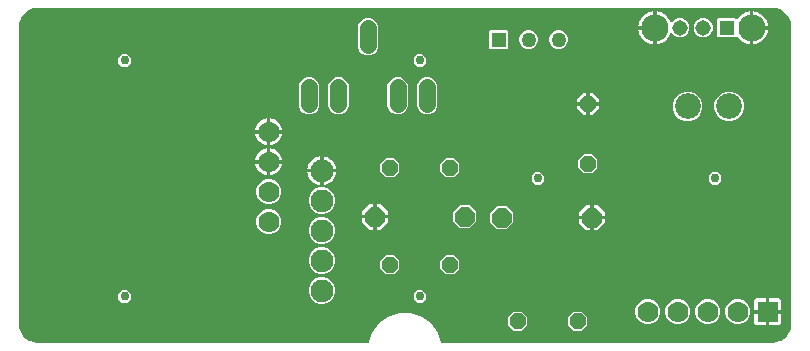
<source format=gbr>
G04 EAGLE Gerber RS-274X export*
G75*
%MOMM*%
%FSLAX34Y34*%
%LPD*%
%INBottom Copper*%
%IPPOS*%
%AMOC8*
5,1,8,0,0,1.08239X$1,22.5*%
G01*
%ADD10P,1.429621X8X112.500000*%
%ADD11P,1.429621X8X22.500000*%
%ADD12P,1.429621X8X382.400000*%
%ADD13C,1.778000*%
%ADD14C,1.408000*%
%ADD15C,1.930400*%
%ADD16P,1.814519X8X22.500000*%
%ADD17P,1.814519X8X202.500000*%
%ADD18R,1.778000X1.778000*%
%ADD19C,2.184400*%
%ADD20R,1.268000X1.268000*%
%ADD21C,1.268000*%
%ADD22C,2.300000*%
%ADD23R,1.308000X1.308000*%
%ADD24C,1.308000*%
%ADD25C,0.756400*%

G36*
X306381Y10927D02*
X306381Y10927D01*
X306405Y10924D01*
X306502Y10946D01*
X306600Y10962D01*
X306621Y10974D01*
X306644Y10979D01*
X306730Y11031D01*
X306817Y11078D01*
X306834Y11095D01*
X306854Y11107D01*
X306918Y11184D01*
X306987Y11256D01*
X306997Y11278D01*
X307012Y11296D01*
X307081Y11449D01*
X309604Y19214D01*
X315362Y27138D01*
X323286Y32896D01*
X332602Y35923D01*
X342398Y35923D01*
X351714Y32896D01*
X359638Y27138D01*
X365396Y19214D01*
X367919Y11449D01*
X367930Y11428D01*
X367935Y11404D01*
X367986Y11319D01*
X368032Y11230D01*
X368049Y11214D01*
X368061Y11193D01*
X368137Y11128D01*
X368208Y11059D01*
X368230Y11049D01*
X368248Y11033D01*
X368340Y10996D01*
X368430Y10953D01*
X368454Y10950D01*
X368476Y10941D01*
X368643Y10923D01*
X650000Y10923D01*
X650018Y10926D01*
X650050Y10924D01*
X651788Y11038D01*
X651811Y11044D01*
X651935Y11063D01*
X655293Y11962D01*
X655307Y11969D01*
X655323Y11971D01*
X655476Y12038D01*
X658487Y13776D01*
X658499Y13786D01*
X658514Y13793D01*
X658645Y13897D01*
X661103Y16355D01*
X661112Y16368D01*
X661124Y16378D01*
X661224Y16513D01*
X662962Y19524D01*
X662967Y19538D01*
X662977Y19551D01*
X663038Y19707D01*
X663937Y23065D01*
X663940Y23089D01*
X663962Y23212D01*
X664076Y24950D01*
X664074Y24969D01*
X664077Y25000D01*
X664077Y280000D01*
X664074Y280019D01*
X664076Y280050D01*
X663962Y281788D01*
X663956Y281811D01*
X663937Y281935D01*
X663038Y285293D01*
X663031Y285307D01*
X663029Y285323D01*
X662962Y285476D01*
X661224Y288487D01*
X661214Y288499D01*
X661207Y288514D01*
X661103Y288645D01*
X658645Y291103D01*
X658632Y291112D01*
X658622Y291124D01*
X658487Y291224D01*
X655476Y292962D01*
X655462Y292967D01*
X655449Y292977D01*
X655293Y293038D01*
X651935Y293937D01*
X651911Y293940D01*
X651788Y293962D01*
X650050Y294076D01*
X650031Y294074D01*
X650000Y294077D01*
X25000Y294077D01*
X24981Y294074D01*
X24950Y294076D01*
X23212Y293962D01*
X23189Y293956D01*
X23065Y293937D01*
X19707Y293038D01*
X19693Y293031D01*
X19677Y293029D01*
X19524Y292962D01*
X16513Y291224D01*
X16501Y291214D01*
X16486Y291207D01*
X16355Y291103D01*
X13897Y288645D01*
X13888Y288632D01*
X13876Y288622D01*
X13776Y288487D01*
X12038Y285476D01*
X12033Y285462D01*
X12023Y285449D01*
X11962Y285293D01*
X11063Y281935D01*
X11060Y281911D01*
X11038Y281788D01*
X10924Y280050D01*
X10926Y280031D01*
X10923Y280000D01*
X10923Y25000D01*
X10926Y24982D01*
X10924Y24950D01*
X11038Y23212D01*
X11044Y23189D01*
X11063Y23065D01*
X11962Y19707D01*
X11969Y19693D01*
X11971Y19677D01*
X12038Y19524D01*
X13776Y16513D01*
X13786Y16501D01*
X13793Y16486D01*
X13897Y16355D01*
X16355Y13897D01*
X16368Y13888D01*
X16378Y13876D01*
X16513Y13776D01*
X19524Y12038D01*
X19538Y12033D01*
X19551Y12023D01*
X19707Y11962D01*
X23065Y11063D01*
X23089Y11060D01*
X23212Y11038D01*
X24950Y10924D01*
X24969Y10926D01*
X25000Y10923D01*
X306357Y10923D01*
X306381Y10927D01*
G37*
%LPC*%
G36*
X627712Y263805D02*
X627712Y263805D01*
X625610Y264488D01*
X623641Y265491D01*
X621853Y266790D01*
X620290Y268353D01*
X619046Y270065D01*
X618990Y270121D01*
X618940Y270183D01*
X618903Y270207D01*
X618872Y270238D01*
X618800Y270273D01*
X618733Y270316D01*
X618690Y270327D01*
X618651Y270346D01*
X618572Y270357D01*
X618495Y270376D01*
X618451Y270373D01*
X618407Y270379D01*
X618329Y270363D01*
X618250Y270357D01*
X618209Y270340D01*
X618165Y270331D01*
X618096Y270292D01*
X618023Y270261D01*
X617977Y270224D01*
X617952Y270210D01*
X617933Y270189D01*
X617892Y270156D01*
X617172Y269435D01*
X602828Y269435D01*
X601935Y270328D01*
X601935Y284672D01*
X602828Y285565D01*
X617172Y285565D01*
X617892Y284844D01*
X617957Y284798D01*
X618016Y284744D01*
X618056Y284726D01*
X618092Y284700D01*
X618168Y284677D01*
X618241Y284645D01*
X618285Y284641D01*
X618327Y284628D01*
X618407Y284630D01*
X618486Y284623D01*
X618529Y284633D01*
X618573Y284634D01*
X618648Y284662D01*
X618725Y284680D01*
X618762Y284704D01*
X618804Y284719D01*
X618866Y284769D01*
X618933Y284811D01*
X618973Y284854D01*
X618996Y284873D01*
X619011Y284896D01*
X619046Y284935D01*
X620290Y286647D01*
X621853Y288210D01*
X623641Y289509D01*
X625610Y290512D01*
X627712Y291195D01*
X629477Y291475D01*
X629477Y278262D01*
X629480Y278242D01*
X629478Y278223D01*
X629500Y278121D01*
X629517Y278019D01*
X629526Y278002D01*
X629530Y277982D01*
X629583Y277893D01*
X629632Y277802D01*
X629646Y277788D01*
X629656Y277771D01*
X629735Y277704D01*
X629810Y277633D01*
X629828Y277624D01*
X629843Y277611D01*
X629939Y277573D01*
X630033Y277529D01*
X630053Y277527D01*
X630071Y277519D01*
X630238Y277501D01*
X631001Y277501D01*
X631001Y277499D01*
X630238Y277499D01*
X630218Y277496D01*
X630199Y277498D01*
X630097Y277476D01*
X629995Y277459D01*
X629978Y277450D01*
X629958Y277446D01*
X629869Y277393D01*
X629778Y277344D01*
X629764Y277330D01*
X629747Y277320D01*
X629680Y277241D01*
X629609Y277166D01*
X629600Y277148D01*
X629587Y277133D01*
X629548Y277037D01*
X629505Y276943D01*
X629503Y276923D01*
X629495Y276905D01*
X629477Y276738D01*
X629477Y263525D01*
X627712Y263805D01*
G37*
%LPD*%
%LPC*%
G36*
X609440Y198643D02*
X609440Y198643D01*
X604865Y200538D01*
X601364Y204039D01*
X599469Y208614D01*
X599469Y213566D01*
X601364Y218141D01*
X604865Y221642D01*
X609440Y223537D01*
X614392Y223537D01*
X618967Y221642D01*
X622468Y218141D01*
X624363Y213566D01*
X624363Y208614D01*
X622468Y204039D01*
X618967Y200538D01*
X614392Y198643D01*
X609440Y198643D01*
G37*
%LPD*%
%LPC*%
G36*
X574440Y198643D02*
X574440Y198643D01*
X569865Y200538D01*
X566364Y204039D01*
X564469Y208614D01*
X564469Y213566D01*
X566364Y218141D01*
X569865Y221642D01*
X574440Y223537D01*
X579392Y223537D01*
X583967Y221642D01*
X587468Y218141D01*
X589363Y213566D01*
X589363Y208614D01*
X587468Y204039D01*
X583967Y200538D01*
X579392Y198643D01*
X574440Y198643D01*
G37*
%LPD*%
%LPC*%
G36*
X354478Y204350D02*
X354478Y204350D01*
X351330Y205654D01*
X348921Y208063D01*
X347617Y211211D01*
X347617Y228699D01*
X348921Y231847D01*
X351330Y234256D01*
X354478Y235560D01*
X357886Y235560D01*
X361034Y234256D01*
X363443Y231847D01*
X364747Y228699D01*
X364747Y211211D01*
X363443Y208063D01*
X361034Y205654D01*
X357886Y204350D01*
X354478Y204350D01*
G37*
%LPD*%
%LPC*%
G36*
X329478Y204350D02*
X329478Y204350D01*
X326330Y205654D01*
X323921Y208063D01*
X322617Y211211D01*
X322617Y228699D01*
X323921Y231847D01*
X326330Y234256D01*
X329478Y235560D01*
X332886Y235560D01*
X336034Y234256D01*
X338443Y231847D01*
X339747Y228699D01*
X339747Y211211D01*
X338443Y208063D01*
X336034Y205654D01*
X332886Y204350D01*
X329478Y204350D01*
G37*
%LPD*%
%LPC*%
G36*
X279478Y204350D02*
X279478Y204350D01*
X276330Y205654D01*
X273921Y208063D01*
X272617Y211211D01*
X272617Y228699D01*
X273921Y231847D01*
X276330Y234256D01*
X279478Y235560D01*
X282886Y235560D01*
X286034Y234256D01*
X288443Y231847D01*
X289747Y228699D01*
X289747Y211211D01*
X288443Y208063D01*
X286034Y205654D01*
X282886Y204350D01*
X279478Y204350D01*
G37*
%LPD*%
%LPC*%
G36*
X304478Y254350D02*
X304478Y254350D01*
X301330Y255654D01*
X298921Y258063D01*
X297617Y261211D01*
X297617Y278699D01*
X298921Y281847D01*
X301330Y284256D01*
X304478Y285560D01*
X307886Y285560D01*
X311034Y284256D01*
X313443Y281847D01*
X314747Y278699D01*
X314747Y261211D01*
X313443Y258063D01*
X311034Y255654D01*
X307886Y254350D01*
X304478Y254350D01*
G37*
%LPD*%
%LPC*%
G36*
X254478Y204350D02*
X254478Y204350D01*
X251330Y205654D01*
X248921Y208063D01*
X247617Y211211D01*
X247617Y228699D01*
X248921Y231847D01*
X251330Y234256D01*
X254478Y235560D01*
X257886Y235560D01*
X261034Y234256D01*
X263443Y231847D01*
X264747Y228699D01*
X264747Y211211D01*
X263443Y208063D01*
X261034Y205654D01*
X257886Y204350D01*
X254478Y204350D01*
G37*
%LPD*%
%LPC*%
G36*
X550523Y276738D02*
X550523Y276738D01*
X550520Y276758D01*
X550522Y276777D01*
X550500Y276879D01*
X550483Y276981D01*
X550474Y276998D01*
X550470Y277018D01*
X550417Y277107D01*
X550368Y277198D01*
X550354Y277212D01*
X550344Y277229D01*
X550265Y277296D01*
X550190Y277367D01*
X550172Y277376D01*
X550157Y277389D01*
X550061Y277427D01*
X549967Y277471D01*
X549947Y277473D01*
X549929Y277481D01*
X549762Y277499D01*
X548999Y277499D01*
X548999Y277501D01*
X549762Y277501D01*
X549782Y277504D01*
X549801Y277502D01*
X549903Y277524D01*
X550005Y277541D01*
X550022Y277550D01*
X550042Y277554D01*
X550131Y277607D01*
X550222Y277656D01*
X550236Y277670D01*
X550253Y277680D01*
X550320Y277759D01*
X550391Y277834D01*
X550400Y277852D01*
X550413Y277867D01*
X550452Y277963D01*
X550495Y278057D01*
X550497Y278077D01*
X550505Y278095D01*
X550523Y278262D01*
X550523Y291475D01*
X552288Y291195D01*
X554390Y290512D01*
X556359Y289509D01*
X558147Y288210D01*
X559710Y286647D01*
X561009Y284859D01*
X562012Y282890D01*
X562112Y282582D01*
X562147Y282515D01*
X562173Y282444D01*
X562203Y282407D01*
X562225Y282364D01*
X562279Y282311D01*
X562326Y282252D01*
X562367Y282226D01*
X562401Y282193D01*
X562469Y282160D01*
X562533Y282119D01*
X562580Y282107D01*
X562623Y282087D01*
X562698Y282078D01*
X562772Y282059D01*
X562820Y282063D01*
X562867Y282057D01*
X562942Y282072D01*
X563017Y282078D01*
X563061Y282097D01*
X563108Y282107D01*
X563174Y282145D01*
X563243Y282175D01*
X563294Y282215D01*
X563321Y282231D01*
X563338Y282250D01*
X563374Y282279D01*
X565432Y284337D01*
X568396Y285565D01*
X571604Y285565D01*
X574568Y284337D01*
X576837Y282068D01*
X578065Y279104D01*
X578065Y275896D01*
X576837Y272932D01*
X574568Y270663D01*
X571604Y269435D01*
X568396Y269435D01*
X565432Y270663D01*
X563374Y272721D01*
X563313Y272765D01*
X563257Y272816D01*
X563213Y272836D01*
X563174Y272864D01*
X563102Y272886D01*
X563033Y272918D01*
X562985Y272922D01*
X562939Y272936D01*
X562864Y272935D01*
X562789Y272942D01*
X562742Y272931D01*
X562693Y272930D01*
X562622Y272904D01*
X562549Y272887D01*
X562508Y272862D01*
X562462Y272846D01*
X562403Y272798D01*
X562339Y272759D01*
X562308Y272722D01*
X562270Y272692D01*
X562230Y272628D01*
X562181Y272570D01*
X562154Y272511D01*
X562137Y272485D01*
X562131Y272460D01*
X562112Y272418D01*
X562012Y272110D01*
X561009Y270141D01*
X559710Y268353D01*
X558147Y266790D01*
X556359Y265491D01*
X554390Y264488D01*
X552288Y263805D01*
X550523Y263525D01*
X550523Y276738D01*
G37*
%LPD*%
%LPC*%
G36*
X264769Y43758D02*
X264769Y43758D01*
X260661Y45460D01*
X257517Y48604D01*
X255816Y52712D01*
X255816Y57158D01*
X257517Y61266D01*
X260661Y64410D01*
X264769Y66112D01*
X269216Y66112D01*
X273324Y64410D01*
X276468Y61266D01*
X278169Y57158D01*
X278169Y52712D01*
X276468Y48604D01*
X273324Y45460D01*
X269216Y43758D01*
X264769Y43758D01*
G37*
%LPD*%
%LPC*%
G36*
X264769Y119958D02*
X264769Y119958D01*
X260661Y121660D01*
X257517Y124804D01*
X255816Y128912D01*
X255816Y133358D01*
X257517Y137466D01*
X260661Y140610D01*
X264769Y142312D01*
X269216Y142312D01*
X273324Y140610D01*
X276468Y137466D01*
X278169Y133358D01*
X278169Y128912D01*
X276468Y124804D01*
X273324Y121660D01*
X269216Y119958D01*
X264769Y119958D01*
G37*
%LPD*%
%LPC*%
G36*
X264769Y94558D02*
X264769Y94558D01*
X260661Y96260D01*
X257517Y99404D01*
X255816Y103512D01*
X255816Y107958D01*
X257517Y112066D01*
X260661Y115210D01*
X264769Y116912D01*
X269216Y116912D01*
X273324Y115210D01*
X276468Y112066D01*
X278169Y107958D01*
X278169Y103512D01*
X276468Y99404D01*
X273324Y96260D01*
X269216Y94558D01*
X264769Y94558D01*
G37*
%LPD*%
%LPC*%
G36*
X264769Y69158D02*
X264769Y69158D01*
X260661Y70860D01*
X257517Y74004D01*
X255816Y78112D01*
X255816Y82558D01*
X257517Y86666D01*
X260661Y89810D01*
X264769Y91512D01*
X269216Y91512D01*
X273324Y89810D01*
X276468Y86666D01*
X278169Y82558D01*
X278169Y78112D01*
X276468Y74004D01*
X273324Y70860D01*
X269216Y69158D01*
X264769Y69158D01*
G37*
%LPD*%
%LPC*%
G36*
X540774Y26685D02*
X540774Y26685D01*
X536946Y28271D01*
X534017Y31200D01*
X532431Y35028D01*
X532431Y39172D01*
X534017Y43000D01*
X536946Y45929D01*
X540774Y47515D01*
X544918Y47515D01*
X548746Y45929D01*
X551675Y43000D01*
X553261Y39172D01*
X553261Y35028D01*
X551675Y31200D01*
X548746Y28271D01*
X544918Y26685D01*
X540774Y26685D01*
G37*
%LPD*%
%LPC*%
G36*
X566174Y26685D02*
X566174Y26685D01*
X562346Y28271D01*
X559417Y31200D01*
X557831Y35028D01*
X557831Y39172D01*
X559417Y43000D01*
X562346Y45929D01*
X566174Y47515D01*
X570318Y47515D01*
X574146Y45929D01*
X577075Y43000D01*
X578661Y39172D01*
X578661Y35028D01*
X577075Y31200D01*
X574146Y28271D01*
X570318Y26685D01*
X566174Y26685D01*
G37*
%LPD*%
%LPC*%
G36*
X591574Y26685D02*
X591574Y26685D01*
X587746Y28271D01*
X584817Y31200D01*
X583231Y35028D01*
X583231Y39172D01*
X584817Y43000D01*
X587746Y45929D01*
X591574Y47515D01*
X595718Y47515D01*
X599546Y45929D01*
X602475Y43000D01*
X604061Y39172D01*
X604061Y35028D01*
X602475Y31200D01*
X599546Y28271D01*
X595718Y26685D01*
X591574Y26685D01*
G37*
%LPD*%
%LPC*%
G36*
X616974Y26685D02*
X616974Y26685D01*
X613146Y28271D01*
X610217Y31200D01*
X608631Y35028D01*
X608631Y39172D01*
X610217Y43000D01*
X613146Y45929D01*
X616974Y47515D01*
X621118Y47515D01*
X624946Y45929D01*
X627875Y43000D01*
X629461Y39172D01*
X629461Y35028D01*
X627875Y31200D01*
X624946Y28271D01*
X621118Y26685D01*
X616974Y26685D01*
G37*
%LPD*%
%LPC*%
G36*
X219940Y102886D02*
X219940Y102886D01*
X216112Y104471D01*
X213182Y107401D01*
X211597Y111229D01*
X211597Y115372D01*
X213182Y119200D01*
X216112Y122130D01*
X219940Y123715D01*
X224083Y123715D01*
X227911Y122130D01*
X230841Y119200D01*
X232426Y115372D01*
X232426Y111229D01*
X230841Y107401D01*
X227911Y104471D01*
X224083Y102886D01*
X219940Y102886D01*
G37*
%LPD*%
%LPC*%
G36*
X219940Y128286D02*
X219940Y128286D01*
X216112Y129871D01*
X213182Y132801D01*
X211597Y136629D01*
X211597Y140772D01*
X213182Y144600D01*
X216112Y147530D01*
X219940Y149115D01*
X224083Y149115D01*
X227911Y147530D01*
X230841Y144600D01*
X232426Y140772D01*
X232426Y136629D01*
X230841Y132801D01*
X227911Y129871D01*
X224083Y128286D01*
X219940Y128286D01*
G37*
%LPD*%
%LPC*%
G36*
X415296Y106906D02*
X415296Y106906D01*
X409493Y112709D01*
X409493Y120916D01*
X415296Y126719D01*
X423504Y126719D01*
X429307Y120916D01*
X429307Y112709D01*
X423504Y106906D01*
X415296Y106906D01*
G37*
%LPD*%
%LPC*%
G36*
X383996Y107691D02*
X383996Y107691D01*
X378193Y113494D01*
X378193Y121701D01*
X383996Y127504D01*
X392204Y127504D01*
X398007Y121701D01*
X398007Y113494D01*
X392204Y107691D01*
X383996Y107691D01*
G37*
%LPD*%
%LPC*%
G36*
X409780Y259585D02*
X409780Y259585D01*
X408887Y260478D01*
X408887Y274422D01*
X409780Y275315D01*
X423724Y275315D01*
X424617Y274422D01*
X424617Y260478D01*
X423724Y259585D01*
X409780Y259585D01*
G37*
%LPD*%
%LPC*%
G36*
X480501Y20843D02*
X480501Y20843D01*
X475739Y25605D01*
X475739Y32339D01*
X480501Y37101D01*
X487235Y37101D01*
X491997Y32339D01*
X491997Y25605D01*
X487235Y20843D01*
X480501Y20843D01*
G37*
%LPD*%
%LPC*%
G36*
X429701Y20843D02*
X429701Y20843D01*
X424939Y25605D01*
X424939Y32339D01*
X429701Y37101D01*
X436435Y37101D01*
X441197Y32339D01*
X441197Y25605D01*
X436435Y20843D01*
X429701Y20843D01*
G37*
%LPD*%
%LPC*%
G36*
X488910Y154220D02*
X488910Y154220D01*
X484148Y158981D01*
X484148Y165716D01*
X488910Y170477D01*
X495644Y170477D01*
X500406Y165716D01*
X500406Y158981D01*
X495644Y154220D01*
X488910Y154220D01*
G37*
%LPD*%
%LPC*%
G36*
X372033Y151007D02*
X372033Y151007D01*
X367271Y155769D01*
X367271Y162503D01*
X372033Y167265D01*
X378767Y167265D01*
X383529Y162503D01*
X383529Y155769D01*
X378767Y151007D01*
X372033Y151007D01*
G37*
%LPD*%
%LPC*%
G36*
X321233Y151007D02*
X321233Y151007D01*
X316471Y155769D01*
X316471Y162503D01*
X321233Y167265D01*
X327967Y167265D01*
X332729Y162503D01*
X332729Y155769D01*
X327967Y151007D01*
X321233Y151007D01*
G37*
%LPD*%
%LPC*%
G36*
X372019Y68723D02*
X372019Y68723D01*
X367265Y73493D01*
X367277Y80227D01*
X372047Y84980D01*
X378781Y84968D01*
X383535Y80199D01*
X383523Y73464D01*
X378753Y68711D01*
X372019Y68723D01*
G37*
%LPD*%
%LPC*%
G36*
X321219Y68811D02*
X321219Y68811D01*
X316465Y73581D01*
X316477Y80316D01*
X321247Y85069D01*
X327981Y85057D01*
X332735Y80287D01*
X332723Y73553D01*
X327953Y68800D01*
X321219Y68811D01*
G37*
%LPD*%
%LPC*%
G36*
X588396Y269435D02*
X588396Y269435D01*
X585432Y270663D01*
X583163Y272932D01*
X581935Y275896D01*
X581935Y279104D01*
X583163Y282068D01*
X585432Y284337D01*
X588396Y285565D01*
X591604Y285565D01*
X594568Y284337D01*
X596837Y282068D01*
X598065Y279104D01*
X598065Y275896D01*
X596837Y272932D01*
X594568Y270663D01*
X591604Y269435D01*
X588396Y269435D01*
G37*
%LPD*%
%LPC*%
G36*
X440588Y259585D02*
X440588Y259585D01*
X437697Y260783D01*
X435485Y262995D01*
X434287Y265886D01*
X434287Y269014D01*
X435485Y271905D01*
X437697Y274117D01*
X440588Y275315D01*
X443716Y275315D01*
X446607Y274117D01*
X448819Y271905D01*
X450017Y269014D01*
X450017Y265886D01*
X448819Y262995D01*
X446607Y260783D01*
X443716Y259585D01*
X440588Y259585D01*
G37*
%LPD*%
%LPC*%
G36*
X465988Y259585D02*
X465988Y259585D01*
X463097Y260783D01*
X460885Y262995D01*
X459687Y265886D01*
X459687Y269014D01*
X460885Y271905D01*
X463097Y274117D01*
X465988Y275315D01*
X469116Y275315D01*
X472007Y274117D01*
X474219Y271905D01*
X475417Y269014D01*
X475417Y265886D01*
X474219Y262995D01*
X472007Y260783D01*
X469116Y259585D01*
X465988Y259585D01*
G37*
%LPD*%
%LPC*%
G36*
X632523Y279023D02*
X632523Y279023D01*
X632523Y291475D01*
X634288Y291195D01*
X636390Y290512D01*
X638359Y289509D01*
X640147Y288210D01*
X641710Y286647D01*
X643009Y284859D01*
X644012Y282890D01*
X644695Y280788D01*
X644975Y279023D01*
X632523Y279023D01*
G37*
%LPD*%
%LPC*%
G36*
X535025Y279023D02*
X535025Y279023D01*
X535305Y280788D01*
X535988Y282890D01*
X536991Y284859D01*
X538290Y286647D01*
X539853Y288210D01*
X541641Y289509D01*
X543610Y290512D01*
X545712Y291195D01*
X547477Y291475D01*
X547477Y279023D01*
X535025Y279023D01*
G37*
%LPD*%
%LPC*%
G36*
X632523Y275977D02*
X632523Y275977D01*
X644975Y275977D01*
X644695Y274212D01*
X644012Y272110D01*
X643009Y270141D01*
X641710Y268353D01*
X640147Y266790D01*
X638359Y265491D01*
X636390Y264488D01*
X634288Y263805D01*
X632523Y263525D01*
X632523Y275977D01*
G37*
%LPD*%
%LPC*%
G36*
X545712Y263805D02*
X545712Y263805D01*
X543610Y264488D01*
X541641Y265491D01*
X539853Y266790D01*
X538290Y268353D01*
X536991Y270141D01*
X535988Y272110D01*
X535305Y274212D01*
X535025Y275977D01*
X547477Y275977D01*
X547477Y263525D01*
X545712Y263805D01*
G37*
%LPD*%
%LPC*%
G36*
X645969Y38623D02*
X645969Y38623D01*
X645969Y48531D01*
X653670Y48531D01*
X654317Y48358D01*
X654896Y48023D01*
X655369Y47550D01*
X655704Y46971D01*
X655877Y46324D01*
X655877Y38623D01*
X645969Y38623D01*
G37*
%LPD*%
%LPC*%
G36*
X633015Y38623D02*
X633015Y38623D01*
X633015Y46324D01*
X633188Y46971D01*
X633523Y47550D01*
X633996Y48023D01*
X634575Y48358D01*
X635222Y48531D01*
X642923Y48531D01*
X642923Y38623D01*
X633015Y38623D01*
G37*
%LPD*%
%LPC*%
G36*
X645969Y25669D02*
X645969Y25669D01*
X645969Y35577D01*
X655877Y35577D01*
X655877Y27876D01*
X655704Y27229D01*
X655369Y26650D01*
X654896Y26177D01*
X654317Y25842D01*
X653670Y25669D01*
X645969Y25669D01*
G37*
%LPD*%
%LPC*%
G36*
X635222Y25669D02*
X635222Y25669D01*
X634575Y25842D01*
X633996Y26177D01*
X633523Y26650D01*
X633188Y27229D01*
X633015Y27876D01*
X633015Y35577D01*
X642923Y35577D01*
X642923Y25669D01*
X635222Y25669D01*
G37*
%LPD*%
%LPC*%
G36*
X597802Y144693D02*
X597802Y144693D01*
X594693Y147802D01*
X594693Y152198D01*
X597802Y155307D01*
X602198Y155307D01*
X605307Y152198D01*
X605307Y147802D01*
X602198Y144693D01*
X597802Y144693D01*
G37*
%LPD*%
%LPC*%
G36*
X447802Y144693D02*
X447802Y144693D01*
X444693Y147802D01*
X444693Y152198D01*
X447802Y155307D01*
X452198Y155307D01*
X455307Y152198D01*
X455307Y147802D01*
X452198Y144693D01*
X447802Y144693D01*
G37*
%LPD*%
%LPC*%
G36*
X347802Y244693D02*
X347802Y244693D01*
X344693Y247802D01*
X344693Y252198D01*
X347802Y255307D01*
X352198Y255307D01*
X355307Y252198D01*
X355307Y247802D01*
X352198Y244693D01*
X347802Y244693D01*
G37*
%LPD*%
%LPC*%
G36*
X97802Y244693D02*
X97802Y244693D01*
X94693Y247802D01*
X94693Y252198D01*
X97802Y255307D01*
X102198Y255307D01*
X105307Y252198D01*
X105307Y247802D01*
X102198Y244693D01*
X97802Y244693D01*
G37*
%LPD*%
%LPC*%
G36*
X97802Y44693D02*
X97802Y44693D01*
X94693Y47802D01*
X94693Y52198D01*
X97802Y55307D01*
X102198Y55307D01*
X105307Y52198D01*
X105307Y47802D01*
X102198Y44693D01*
X97802Y44693D01*
G37*
%LPD*%
%LPC*%
G36*
X347802Y44693D02*
X347802Y44693D01*
X344693Y47802D01*
X344693Y52198D01*
X347802Y55307D01*
X352198Y55307D01*
X355307Y52198D01*
X355307Y47802D01*
X352198Y44693D01*
X347802Y44693D01*
G37*
%LPD*%
%LPC*%
G36*
X268516Y158058D02*
X268516Y158058D01*
X268516Y168638D01*
X269848Y168428D01*
X271673Y167834D01*
X273383Y166963D01*
X274936Y165835D01*
X276292Y164478D01*
X277421Y162925D01*
X278292Y161215D01*
X278885Y159390D01*
X279096Y158058D01*
X268516Y158058D01*
G37*
%LPD*%
%LPC*%
G36*
X268516Y155012D02*
X268516Y155012D01*
X279096Y155012D01*
X278885Y153680D01*
X278292Y151855D01*
X277421Y150145D01*
X276292Y148592D01*
X274936Y147235D01*
X273383Y146107D01*
X271673Y145236D01*
X269848Y144642D01*
X268516Y144432D01*
X268516Y155012D01*
G37*
%LPD*%
%LPC*%
G36*
X254889Y158058D02*
X254889Y158058D01*
X255100Y159390D01*
X255693Y161215D01*
X256564Y162925D01*
X257693Y164478D01*
X259049Y165835D01*
X260602Y166963D01*
X262312Y167834D01*
X264137Y168428D01*
X265469Y168638D01*
X265469Y158058D01*
X254889Y158058D01*
G37*
%LPD*%
%LPC*%
G36*
X264137Y144642D02*
X264137Y144642D01*
X262312Y145236D01*
X260602Y146107D01*
X259049Y147235D01*
X257693Y148592D01*
X256564Y150145D01*
X255693Y151855D01*
X255100Y153680D01*
X254889Y155012D01*
X265469Y155012D01*
X265469Y144432D01*
X264137Y144642D01*
G37*
%LPD*%
%LPC*%
G36*
X223535Y191024D02*
X223535Y191024D01*
X223535Y200832D01*
X224688Y200650D01*
X226399Y200094D01*
X228002Y199277D01*
X229458Y198219D01*
X230730Y196947D01*
X231788Y195491D01*
X232605Y193888D01*
X233161Y192177D01*
X233343Y191024D01*
X223535Y191024D01*
G37*
%LPD*%
%LPC*%
G36*
X223535Y165624D02*
X223535Y165624D01*
X223535Y175432D01*
X224688Y175250D01*
X226399Y174694D01*
X228002Y173877D01*
X229458Y172819D01*
X230730Y171547D01*
X231788Y170091D01*
X232605Y168488D01*
X233161Y166777D01*
X233343Y165624D01*
X223535Y165624D01*
G37*
%LPD*%
%LPC*%
G36*
X223535Y162577D02*
X223535Y162577D01*
X233343Y162577D01*
X233161Y161424D01*
X232605Y159713D01*
X231788Y158110D01*
X230730Y156654D01*
X229458Y155382D01*
X228002Y154324D01*
X226399Y153507D01*
X224688Y152951D01*
X223535Y152769D01*
X223535Y162577D01*
G37*
%LPD*%
%LPC*%
G36*
X223535Y187977D02*
X223535Y187977D01*
X233343Y187977D01*
X233161Y186824D01*
X232605Y185113D01*
X231788Y183510D01*
X230730Y182054D01*
X229458Y180782D01*
X228002Y179724D01*
X226399Y178907D01*
X224688Y178351D01*
X223535Y178169D01*
X223535Y187977D01*
G37*
%LPD*%
%LPC*%
G36*
X210680Y165624D02*
X210680Y165624D01*
X210862Y166777D01*
X211418Y168488D01*
X212235Y170091D01*
X213293Y171547D01*
X214565Y172819D01*
X216021Y173877D01*
X217624Y174694D01*
X219335Y175250D01*
X220488Y175432D01*
X220488Y165624D01*
X210680Y165624D01*
G37*
%LPD*%
%LPC*%
G36*
X210680Y191024D02*
X210680Y191024D01*
X210862Y192177D01*
X211418Y193888D01*
X212235Y195491D01*
X213293Y196947D01*
X214565Y198219D01*
X216021Y199277D01*
X217624Y200094D01*
X219335Y200650D01*
X220488Y200832D01*
X220488Y191024D01*
X210680Y191024D01*
G37*
%LPD*%
%LPC*%
G36*
X219335Y178351D02*
X219335Y178351D01*
X217624Y178907D01*
X216021Y179724D01*
X214565Y180782D01*
X213293Y182054D01*
X212235Y183510D01*
X211418Y185113D01*
X210862Y186824D01*
X210680Y187977D01*
X220488Y187977D01*
X220488Y178169D01*
X219335Y178351D01*
G37*
%LPD*%
%LPC*%
G36*
X219335Y152951D02*
X219335Y152951D01*
X217624Y153507D01*
X216021Y154324D01*
X214565Y155382D01*
X213293Y156654D01*
X212235Y158110D01*
X211418Y159713D01*
X210862Y161424D01*
X210680Y162577D01*
X220488Y162577D01*
X220488Y152769D01*
X219335Y152951D01*
G37*
%LPD*%
%LPC*%
G36*
X313423Y119121D02*
X313423Y119121D01*
X313423Y128520D01*
X316424Y128520D01*
X322823Y122122D01*
X322823Y119121D01*
X313423Y119121D01*
G37*
%LPD*%
%LPC*%
G36*
X497123Y118336D02*
X497123Y118336D01*
X497123Y127735D01*
X500124Y127735D01*
X506523Y121337D01*
X506523Y118336D01*
X497123Y118336D01*
G37*
%LPD*%
%LPC*%
G36*
X313423Y106675D02*
X313423Y106675D01*
X313423Y116074D01*
X322823Y116074D01*
X322823Y113073D01*
X316424Y106675D01*
X313423Y106675D01*
G37*
%LPD*%
%LPC*%
G36*
X484677Y118336D02*
X484677Y118336D01*
X484677Y121337D01*
X491076Y127735D01*
X494077Y127735D01*
X494077Y118336D01*
X484677Y118336D01*
G37*
%LPD*%
%LPC*%
G36*
X300977Y119121D02*
X300977Y119121D01*
X300977Y122122D01*
X307376Y128520D01*
X310377Y128520D01*
X310377Y119121D01*
X300977Y119121D01*
G37*
%LPD*%
%LPC*%
G36*
X497123Y105890D02*
X497123Y105890D01*
X497123Y115289D01*
X506523Y115289D01*
X506523Y112288D01*
X500124Y105890D01*
X497123Y105890D01*
G37*
%LPD*%
%LPC*%
G36*
X307376Y106675D02*
X307376Y106675D01*
X300977Y113073D01*
X300977Y116074D01*
X310377Y116074D01*
X310377Y106675D01*
X307376Y106675D01*
G37*
%LPD*%
%LPC*%
G36*
X491076Y105890D02*
X491076Y105890D01*
X484677Y112288D01*
X484677Y115289D01*
X494077Y115289D01*
X494077Y105890D01*
X491076Y105890D01*
G37*
%LPD*%
%LPC*%
G36*
X493800Y214672D02*
X493800Y214672D01*
X493800Y222293D01*
X496065Y222293D01*
X501422Y216936D01*
X501422Y214672D01*
X493800Y214672D01*
G37*
%LPD*%
%LPC*%
G36*
X493800Y204004D02*
X493800Y204004D01*
X493800Y211625D01*
X501422Y211625D01*
X501422Y209361D01*
X496065Y204004D01*
X493800Y204004D01*
G37*
%LPD*%
%LPC*%
G36*
X483132Y214672D02*
X483132Y214672D01*
X483132Y216936D01*
X488489Y222293D01*
X490754Y222293D01*
X490754Y214672D01*
X483132Y214672D01*
G37*
%LPD*%
%LPC*%
G36*
X488489Y204004D02*
X488489Y204004D01*
X483132Y209361D01*
X483132Y211625D01*
X490754Y211625D01*
X490754Y204004D01*
X488489Y204004D01*
G37*
%LPD*%
%LPC*%
G36*
X222011Y164100D02*
X222011Y164100D01*
X222011Y164101D01*
X222012Y164101D01*
X222012Y164100D01*
X222011Y164100D01*
G37*
%LPD*%
%LPC*%
G36*
X222011Y189500D02*
X222011Y189500D01*
X222011Y189501D01*
X222012Y189501D01*
X222012Y189500D01*
X222011Y189500D01*
G37*
%LPD*%
%LPC*%
G36*
X495599Y116812D02*
X495599Y116812D01*
X495599Y116813D01*
X495601Y116813D01*
X495601Y116812D01*
X495599Y116812D01*
G37*
%LPD*%
%LPC*%
G36*
X311899Y117597D02*
X311899Y117597D01*
X311899Y117598D01*
X311901Y117598D01*
X311901Y117597D01*
X311899Y117597D01*
G37*
%LPD*%
%LPC*%
G36*
X492276Y213148D02*
X492276Y213148D01*
X492276Y213149D01*
X492278Y213149D01*
X492278Y213148D01*
X492276Y213148D01*
G37*
%LPD*%
%LPC*%
G36*
X644445Y37099D02*
X644445Y37099D01*
X644445Y37101D01*
X644447Y37101D01*
X644447Y37099D01*
X644445Y37099D01*
G37*
%LPD*%
%LPC*%
G36*
X266992Y156534D02*
X266992Y156534D01*
X266992Y156536D01*
X266993Y156536D01*
X266993Y156534D01*
X266992Y156534D01*
G37*
%LPD*%
D10*
X492277Y162349D03*
X492277Y213149D03*
D11*
X324600Y159136D03*
X375400Y159136D03*
D12*
X324600Y76934D03*
X375400Y76846D03*
D13*
X222012Y189501D03*
X222012Y164101D03*
X222012Y138701D03*
X222012Y113301D03*
D14*
X306182Y262915D02*
X306182Y276995D01*
X256182Y226995D02*
X256182Y212915D01*
X281182Y212915D02*
X281182Y226995D01*
X356182Y226995D02*
X356182Y212915D01*
X331182Y212915D02*
X331182Y226995D01*
D15*
X266993Y54935D03*
X266993Y80335D03*
X266993Y105735D03*
X266993Y131135D03*
X266993Y156535D03*
D16*
X311900Y117598D03*
X388100Y117598D03*
D17*
X495600Y116813D03*
X419400Y116813D03*
D18*
X644446Y37100D03*
D13*
X619046Y37100D03*
X593646Y37100D03*
X568246Y37100D03*
X542846Y37100D03*
D19*
X576916Y211090D03*
X611916Y211090D03*
D11*
X433068Y28972D03*
X483868Y28972D03*
D20*
X416752Y267450D03*
D21*
X442152Y267450D03*
X467552Y267450D03*
D22*
X631000Y277500D03*
X549000Y277500D03*
D23*
X610000Y277500D03*
D24*
X590000Y277500D03*
X570000Y277500D03*
D25*
X100000Y50000D03*
X100000Y250000D03*
X600000Y150000D03*
X450000Y150000D03*
X350000Y250000D03*
X350000Y50000D03*
M02*

</source>
